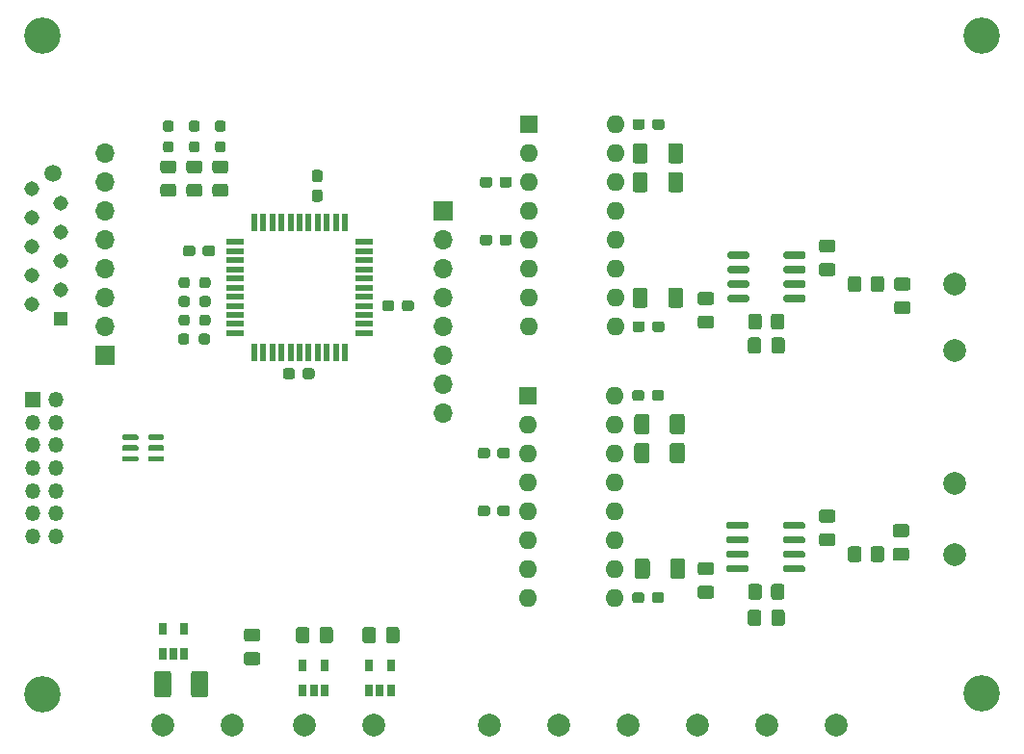
<source format=gbr>
G04 #@! TF.GenerationSoftware,KiCad,Pcbnew,(5.1.9-0-10_14)*
G04 #@! TF.CreationDate,2021-04-25T13:48:21+02:00*
G04 #@! TF.ProjectId,dac-i2s-nos,6461632d-6932-4732-9d6e-6f732e6b6963,rev?*
G04 #@! TF.SameCoordinates,Original*
G04 #@! TF.FileFunction,Soldermask,Top*
G04 #@! TF.FilePolarity,Negative*
%FSLAX46Y46*%
G04 Gerber Fmt 4.6, Leading zero omitted, Abs format (unit mm)*
G04 Created by KiCad (PCBNEW (5.1.9-0-10_14)) date 2021-04-25 13:48:21*
%MOMM*%
%LPD*%
G01*
G04 APERTURE LIST*
%ADD10O,1.350000X1.350000*%
%ADD11R,1.350000X1.350000*%
%ADD12O,1.700000X1.700000*%
%ADD13R,1.700000X1.700000*%
%ADD14C,2.000000*%
%ADD15O,1.600000X1.600000*%
%ADD16R,1.600000X1.600000*%
%ADD17R,1.500000X0.550000*%
%ADD18R,0.550000X1.500000*%
%ADD19R,0.650000X1.060000*%
%ADD20R,1.308000X1.308000*%
%ADD21C,1.308000*%
%ADD22C,1.500000*%
%ADD23C,3.200000*%
G04 APERTURE END LIST*
G36*
G01*
X122922000Y-97028500D02*
X122922000Y-96778500D01*
G75*
G02*
X123047000Y-96653500I125000J0D01*
G01*
X124222000Y-96653500D01*
G75*
G02*
X124347000Y-96778500I0J-125000D01*
G01*
X124347000Y-97028500D01*
G75*
G02*
X124222000Y-97153500I-125000J0D01*
G01*
X123047000Y-97153500D01*
G75*
G02*
X122922000Y-97028500I0J125000D01*
G01*
G37*
G36*
G01*
X122922000Y-97978500D02*
X122922000Y-97728500D01*
G75*
G02*
X123047000Y-97603500I125000J0D01*
G01*
X124222000Y-97603500D01*
G75*
G02*
X124347000Y-97728500I0J-125000D01*
G01*
X124347000Y-97978500D01*
G75*
G02*
X124222000Y-98103500I-125000J0D01*
G01*
X123047000Y-98103500D01*
G75*
G02*
X122922000Y-97978500I0J125000D01*
G01*
G37*
G36*
G01*
X122922000Y-98928500D02*
X122922000Y-98678500D01*
G75*
G02*
X123047000Y-98553500I125000J0D01*
G01*
X124222000Y-98553500D01*
G75*
G02*
X124347000Y-98678500I0J-125000D01*
G01*
X124347000Y-98928500D01*
G75*
G02*
X124222000Y-99053500I-125000J0D01*
G01*
X123047000Y-99053500D01*
G75*
G02*
X122922000Y-98928500I0J125000D01*
G01*
G37*
G36*
G01*
X120647000Y-98928500D02*
X120647000Y-98678500D01*
G75*
G02*
X120772000Y-98553500I125000J0D01*
G01*
X121947000Y-98553500D01*
G75*
G02*
X122072000Y-98678500I0J-125000D01*
G01*
X122072000Y-98928500D01*
G75*
G02*
X121947000Y-99053500I-125000J0D01*
G01*
X120772000Y-99053500D01*
G75*
G02*
X120647000Y-98928500I0J125000D01*
G01*
G37*
G36*
G01*
X120647000Y-97978500D02*
X120647000Y-97728500D01*
G75*
G02*
X120772000Y-97603500I125000J0D01*
G01*
X121947000Y-97603500D01*
G75*
G02*
X122072000Y-97728500I0J-125000D01*
G01*
X122072000Y-97978500D01*
G75*
G02*
X121947000Y-98103500I-125000J0D01*
G01*
X120772000Y-98103500D01*
G75*
G02*
X120647000Y-97978500I0J125000D01*
G01*
G37*
G36*
G01*
X120647000Y-97028500D02*
X120647000Y-96778500D01*
G75*
G02*
X120772000Y-96653500I125000J0D01*
G01*
X121947000Y-96653500D01*
G75*
G02*
X122072000Y-96778500I0J-125000D01*
G01*
X122072000Y-97028500D01*
G75*
G02*
X121947000Y-97153500I-125000J0D01*
G01*
X120772000Y-97153500D01*
G75*
G02*
X120647000Y-97028500I0J125000D01*
G01*
G37*
D10*
X114808000Y-105599000D03*
X112808000Y-105599000D03*
X114808000Y-103599000D03*
X112808000Y-103599000D03*
X114808000Y-101599000D03*
X112808000Y-101599000D03*
X114808000Y-99599000D03*
X112808000Y-99599000D03*
X114808000Y-97599000D03*
X112808000Y-97599000D03*
X114808000Y-95599000D03*
X112808000Y-95599000D03*
X114808000Y-93599000D03*
D11*
X112808000Y-93599000D03*
G36*
G01*
X185639000Y-106737999D02*
X185639000Y-107638001D01*
G75*
G02*
X185389001Y-107888000I-249999J0D01*
G01*
X184688999Y-107888000D01*
G75*
G02*
X184439000Y-107638001I0J249999D01*
G01*
X184439000Y-106737999D01*
G75*
G02*
X184688999Y-106488000I249999J0D01*
G01*
X185389001Y-106488000D01*
G75*
G02*
X185639000Y-106737999I0J-249999D01*
G01*
G37*
G36*
G01*
X187639000Y-106737999D02*
X187639000Y-107638001D01*
G75*
G02*
X187389001Y-107888000I-249999J0D01*
G01*
X186688999Y-107888000D01*
G75*
G02*
X186439000Y-107638001I0J249999D01*
G01*
X186439000Y-106737999D01*
G75*
G02*
X186688999Y-106488000I249999J0D01*
G01*
X187389001Y-106488000D01*
G75*
G02*
X187639000Y-106737999I0J-249999D01*
G01*
G37*
G36*
G01*
X185639000Y-82988999D02*
X185639000Y-83889001D01*
G75*
G02*
X185389001Y-84139000I-249999J0D01*
G01*
X184688999Y-84139000D01*
G75*
G02*
X184439000Y-83889001I0J249999D01*
G01*
X184439000Y-82988999D01*
G75*
G02*
X184688999Y-82739000I249999J0D01*
G01*
X185389001Y-82739000D01*
G75*
G02*
X185639000Y-82988999I0J-249999D01*
G01*
G37*
G36*
G01*
X187639000Y-82988999D02*
X187639000Y-83889001D01*
G75*
G02*
X187389001Y-84139000I-249999J0D01*
G01*
X186688999Y-84139000D01*
G75*
G02*
X186439000Y-83889001I0J249999D01*
G01*
X186439000Y-82988999D01*
G75*
G02*
X186688999Y-82739000I249999J0D01*
G01*
X187389001Y-82739000D01*
G75*
G02*
X187639000Y-82988999I0J-249999D01*
G01*
G37*
G36*
G01*
X189578000Y-105700500D02*
X188628000Y-105700500D01*
G75*
G02*
X188378000Y-105450500I0J250000D01*
G01*
X188378000Y-104775500D01*
G75*
G02*
X188628000Y-104525500I250000J0D01*
G01*
X189578000Y-104525500D01*
G75*
G02*
X189828000Y-104775500I0J-250000D01*
G01*
X189828000Y-105450500D01*
G75*
G02*
X189578000Y-105700500I-250000J0D01*
G01*
G37*
G36*
G01*
X189578000Y-107775500D02*
X188628000Y-107775500D01*
G75*
G02*
X188378000Y-107525500I0J250000D01*
G01*
X188378000Y-106850500D01*
G75*
G02*
X188628000Y-106600500I250000J0D01*
G01*
X189578000Y-106600500D01*
G75*
G02*
X189828000Y-106850500I0J-250000D01*
G01*
X189828000Y-107525500D01*
G75*
G02*
X189578000Y-107775500I-250000J0D01*
G01*
G37*
G36*
G01*
X188755000Y-84926500D02*
X189705000Y-84926500D01*
G75*
G02*
X189955000Y-85176500I0J-250000D01*
G01*
X189955000Y-85851500D01*
G75*
G02*
X189705000Y-86101500I-250000J0D01*
G01*
X188755000Y-86101500D01*
G75*
G02*
X188505000Y-85851500I0J250000D01*
G01*
X188505000Y-85176500D01*
G75*
G02*
X188755000Y-84926500I250000J0D01*
G01*
G37*
G36*
G01*
X188755000Y-82851500D02*
X189705000Y-82851500D01*
G75*
G02*
X189955000Y-83101500I0J-250000D01*
G01*
X189955000Y-83776500D01*
G75*
G02*
X189705000Y-84026500I-250000J0D01*
G01*
X188755000Y-84026500D01*
G75*
G02*
X188505000Y-83776500I0J250000D01*
G01*
X188505000Y-83101500D01*
G75*
G02*
X188755000Y-82851500I250000J0D01*
G01*
G37*
D12*
X148844000Y-94742000D03*
X148844000Y-92202000D03*
X148844000Y-89662000D03*
X148844000Y-87122000D03*
X148844000Y-84582000D03*
X148844000Y-82042000D03*
X148844000Y-79502000D03*
D13*
X148844000Y-76962000D03*
G36*
G01*
X178727000Y-104798000D02*
X178727000Y-104498000D01*
G75*
G02*
X178877000Y-104348000I150000J0D01*
G01*
X180527000Y-104348000D01*
G75*
G02*
X180677000Y-104498000I0J-150000D01*
G01*
X180677000Y-104798000D01*
G75*
G02*
X180527000Y-104948000I-150000J0D01*
G01*
X178877000Y-104948000D01*
G75*
G02*
X178727000Y-104798000I0J150000D01*
G01*
G37*
G36*
G01*
X178727000Y-106068000D02*
X178727000Y-105768000D01*
G75*
G02*
X178877000Y-105618000I150000J0D01*
G01*
X180527000Y-105618000D01*
G75*
G02*
X180677000Y-105768000I0J-150000D01*
G01*
X180677000Y-106068000D01*
G75*
G02*
X180527000Y-106218000I-150000J0D01*
G01*
X178877000Y-106218000D01*
G75*
G02*
X178727000Y-106068000I0J150000D01*
G01*
G37*
G36*
G01*
X178727000Y-107338000D02*
X178727000Y-107038000D01*
G75*
G02*
X178877000Y-106888000I150000J0D01*
G01*
X180527000Y-106888000D01*
G75*
G02*
X180677000Y-107038000I0J-150000D01*
G01*
X180677000Y-107338000D01*
G75*
G02*
X180527000Y-107488000I-150000J0D01*
G01*
X178877000Y-107488000D01*
G75*
G02*
X178727000Y-107338000I0J150000D01*
G01*
G37*
G36*
G01*
X178727000Y-108608000D02*
X178727000Y-108308000D01*
G75*
G02*
X178877000Y-108158000I150000J0D01*
G01*
X180527000Y-108158000D01*
G75*
G02*
X180677000Y-108308000I0J-150000D01*
G01*
X180677000Y-108608000D01*
G75*
G02*
X180527000Y-108758000I-150000J0D01*
G01*
X178877000Y-108758000D01*
G75*
G02*
X178727000Y-108608000I0J150000D01*
G01*
G37*
G36*
G01*
X173777000Y-108608000D02*
X173777000Y-108308000D01*
G75*
G02*
X173927000Y-108158000I150000J0D01*
G01*
X175577000Y-108158000D01*
G75*
G02*
X175727000Y-108308000I0J-150000D01*
G01*
X175727000Y-108608000D01*
G75*
G02*
X175577000Y-108758000I-150000J0D01*
G01*
X173927000Y-108758000D01*
G75*
G02*
X173777000Y-108608000I0J150000D01*
G01*
G37*
G36*
G01*
X173777000Y-107338000D02*
X173777000Y-107038000D01*
G75*
G02*
X173927000Y-106888000I150000J0D01*
G01*
X175577000Y-106888000D01*
G75*
G02*
X175727000Y-107038000I0J-150000D01*
G01*
X175727000Y-107338000D01*
G75*
G02*
X175577000Y-107488000I-150000J0D01*
G01*
X173927000Y-107488000D01*
G75*
G02*
X173777000Y-107338000I0J150000D01*
G01*
G37*
G36*
G01*
X173777000Y-106068000D02*
X173777000Y-105768000D01*
G75*
G02*
X173927000Y-105618000I150000J0D01*
G01*
X175577000Y-105618000D01*
G75*
G02*
X175727000Y-105768000I0J-150000D01*
G01*
X175727000Y-106068000D01*
G75*
G02*
X175577000Y-106218000I-150000J0D01*
G01*
X173927000Y-106218000D01*
G75*
G02*
X173777000Y-106068000I0J150000D01*
G01*
G37*
G36*
G01*
X173777000Y-104798000D02*
X173777000Y-104498000D01*
G75*
G02*
X173927000Y-104348000I150000J0D01*
G01*
X175577000Y-104348000D01*
G75*
G02*
X175727000Y-104498000I0J-150000D01*
G01*
X175727000Y-104798000D01*
G75*
G02*
X175577000Y-104948000I-150000J0D01*
G01*
X173927000Y-104948000D01*
G75*
G02*
X173777000Y-104798000I0J150000D01*
G01*
G37*
G36*
G01*
X176876000Y-110039999D02*
X176876000Y-110940001D01*
G75*
G02*
X176626001Y-111190000I-249999J0D01*
G01*
X175925999Y-111190000D01*
G75*
G02*
X175676000Y-110940001I0J249999D01*
G01*
X175676000Y-110039999D01*
G75*
G02*
X175925999Y-109790000I249999J0D01*
G01*
X176626001Y-109790000D01*
G75*
G02*
X176876000Y-110039999I0J-249999D01*
G01*
G37*
G36*
G01*
X178876000Y-110039999D02*
X178876000Y-110940001D01*
G75*
G02*
X178626001Y-111190000I-249999J0D01*
G01*
X177925999Y-111190000D01*
G75*
G02*
X177676000Y-110940001I0J249999D01*
G01*
X177676000Y-110039999D01*
G75*
G02*
X177925999Y-109790000I249999J0D01*
G01*
X178626001Y-109790000D01*
G75*
G02*
X178876000Y-110039999I0J-249999D01*
G01*
G37*
D14*
X193802000Y-100965000D03*
X193802000Y-107188000D03*
D15*
X163978000Y-93218000D03*
X156358000Y-110998000D03*
X163978000Y-95758000D03*
X156358000Y-108458000D03*
X163978000Y-98298000D03*
X156358000Y-105918000D03*
X163978000Y-100838000D03*
X156358000Y-103378000D03*
X163978000Y-103378000D03*
X156358000Y-100838000D03*
X163978000Y-105918000D03*
X156358000Y-98298000D03*
X163978000Y-108458000D03*
X156358000Y-95758000D03*
X163978000Y-110998000D03*
D16*
X156358000Y-93218000D03*
G36*
G01*
X183101000Y-104430500D02*
X182151000Y-104430500D01*
G75*
G02*
X181901000Y-104180500I0J250000D01*
G01*
X181901000Y-103505500D01*
G75*
G02*
X182151000Y-103255500I250000J0D01*
G01*
X183101000Y-103255500D01*
G75*
G02*
X183351000Y-103505500I0J-250000D01*
G01*
X183351000Y-104180500D01*
G75*
G02*
X183101000Y-104430500I-250000J0D01*
G01*
G37*
G36*
G01*
X183101000Y-106505500D02*
X182151000Y-106505500D01*
G75*
G02*
X181901000Y-106255500I0J250000D01*
G01*
X181901000Y-105580500D01*
G75*
G02*
X182151000Y-105330500I250000J0D01*
G01*
X183101000Y-105330500D01*
G75*
G02*
X183351000Y-105580500I0J-250000D01*
G01*
X183351000Y-106255500D01*
G75*
G02*
X183101000Y-106505500I-250000J0D01*
G01*
G37*
G36*
G01*
X172433000Y-109045500D02*
X171483000Y-109045500D01*
G75*
G02*
X171233000Y-108795500I0J250000D01*
G01*
X171233000Y-108120500D01*
G75*
G02*
X171483000Y-107870500I250000J0D01*
G01*
X172433000Y-107870500D01*
G75*
G02*
X172683000Y-108120500I0J-250000D01*
G01*
X172683000Y-108795500D01*
G75*
G02*
X172433000Y-109045500I-250000J0D01*
G01*
G37*
G36*
G01*
X172433000Y-111120500D02*
X171483000Y-111120500D01*
G75*
G02*
X171233000Y-110870500I0J250000D01*
G01*
X171233000Y-110195500D01*
G75*
G02*
X171483000Y-109945500I250000J0D01*
G01*
X172433000Y-109945500D01*
G75*
G02*
X172683000Y-110195500I0J-250000D01*
G01*
X172683000Y-110870500D01*
G75*
G02*
X172433000Y-111120500I-250000J0D01*
G01*
G37*
G36*
G01*
X177720500Y-113251000D02*
X177720500Y-112301000D01*
G75*
G02*
X177970500Y-112051000I250000J0D01*
G01*
X178645500Y-112051000D01*
G75*
G02*
X178895500Y-112301000I0J-250000D01*
G01*
X178895500Y-113251000D01*
G75*
G02*
X178645500Y-113501000I-250000J0D01*
G01*
X177970500Y-113501000D01*
G75*
G02*
X177720500Y-113251000I0J250000D01*
G01*
G37*
G36*
G01*
X175645500Y-113251000D02*
X175645500Y-112301000D01*
G75*
G02*
X175895500Y-112051000I250000J0D01*
G01*
X176570500Y-112051000D01*
G75*
G02*
X176820500Y-112301000I0J-250000D01*
G01*
X176820500Y-113251000D01*
G75*
G02*
X176570500Y-113501000I-250000J0D01*
G01*
X175895500Y-113501000D01*
G75*
G02*
X175645500Y-113251000I0J250000D01*
G01*
G37*
G36*
G01*
X167203000Y-111235500D02*
X167203000Y-110760500D01*
G75*
G02*
X167440500Y-110523000I237500J0D01*
G01*
X168040500Y-110523000D01*
G75*
G02*
X168278000Y-110760500I0J-237500D01*
G01*
X168278000Y-111235500D01*
G75*
G02*
X168040500Y-111473000I-237500J0D01*
G01*
X167440500Y-111473000D01*
G75*
G02*
X167203000Y-111235500I0J237500D01*
G01*
G37*
G36*
G01*
X165478000Y-111235500D02*
X165478000Y-110760500D01*
G75*
G02*
X165715500Y-110523000I237500J0D01*
G01*
X166315500Y-110523000D01*
G75*
G02*
X166553000Y-110760500I0J-237500D01*
G01*
X166553000Y-111235500D01*
G75*
G02*
X166315500Y-111473000I-237500J0D01*
G01*
X165715500Y-111473000D01*
G75*
G02*
X165478000Y-111235500I0J237500D01*
G01*
G37*
G36*
G01*
X166553000Y-92980500D02*
X166553000Y-93455500D01*
G75*
G02*
X166315500Y-93693000I-237500J0D01*
G01*
X165715500Y-93693000D01*
G75*
G02*
X165478000Y-93455500I0J237500D01*
G01*
X165478000Y-92980500D01*
G75*
G02*
X165715500Y-92743000I237500J0D01*
G01*
X166315500Y-92743000D01*
G75*
G02*
X166553000Y-92980500I0J-237500D01*
G01*
G37*
G36*
G01*
X168278000Y-92980500D02*
X168278000Y-93455500D01*
G75*
G02*
X168040500Y-93693000I-237500J0D01*
G01*
X167440500Y-93693000D01*
G75*
G02*
X167203000Y-93455500I0J237500D01*
G01*
X167203000Y-92980500D01*
G75*
G02*
X167440500Y-92743000I237500J0D01*
G01*
X168040500Y-92743000D01*
G75*
G02*
X168278000Y-92980500I0J-237500D01*
G01*
G37*
G36*
G01*
X152990500Y-98060500D02*
X152990500Y-98535500D01*
G75*
G02*
X152753000Y-98773000I-237500J0D01*
G01*
X152153000Y-98773000D01*
G75*
G02*
X151915500Y-98535500I0J237500D01*
G01*
X151915500Y-98060500D01*
G75*
G02*
X152153000Y-97823000I237500J0D01*
G01*
X152753000Y-97823000D01*
G75*
G02*
X152990500Y-98060500I0J-237500D01*
G01*
G37*
G36*
G01*
X154715500Y-98060500D02*
X154715500Y-98535500D01*
G75*
G02*
X154478000Y-98773000I-237500J0D01*
G01*
X153878000Y-98773000D01*
G75*
G02*
X153640500Y-98535500I0J237500D01*
G01*
X153640500Y-98060500D01*
G75*
G02*
X153878000Y-97823000I237500J0D01*
G01*
X154478000Y-97823000D01*
G75*
G02*
X154715500Y-98060500I0J-237500D01*
G01*
G37*
G36*
G01*
X153640500Y-103615500D02*
X153640500Y-103140500D01*
G75*
G02*
X153878000Y-102903000I237500J0D01*
G01*
X154478000Y-102903000D01*
G75*
G02*
X154715500Y-103140500I0J-237500D01*
G01*
X154715500Y-103615500D01*
G75*
G02*
X154478000Y-103853000I-237500J0D01*
G01*
X153878000Y-103853000D01*
G75*
G02*
X153640500Y-103615500I0J237500D01*
G01*
G37*
G36*
G01*
X151915500Y-103615500D02*
X151915500Y-103140500D01*
G75*
G02*
X152153000Y-102903000I237500J0D01*
G01*
X152753000Y-102903000D01*
G75*
G02*
X152990500Y-103140500I0J-237500D01*
G01*
X152990500Y-103615500D01*
G75*
G02*
X152753000Y-103853000I-237500J0D01*
G01*
X152153000Y-103853000D01*
G75*
G02*
X151915500Y-103615500I0J237500D01*
G01*
G37*
G36*
G01*
X168794000Y-96408001D02*
X168794000Y-95107999D01*
G75*
G02*
X169043999Y-94858000I249999J0D01*
G01*
X169869001Y-94858000D01*
G75*
G02*
X170119000Y-95107999I0J-249999D01*
G01*
X170119000Y-96408001D01*
G75*
G02*
X169869001Y-96658000I-249999J0D01*
G01*
X169043999Y-96658000D01*
G75*
G02*
X168794000Y-96408001I0J249999D01*
G01*
G37*
G36*
G01*
X165669000Y-96408001D02*
X165669000Y-95107999D01*
G75*
G02*
X165918999Y-94858000I249999J0D01*
G01*
X166744001Y-94858000D01*
G75*
G02*
X166994000Y-95107999I0J-249999D01*
G01*
X166994000Y-96408001D01*
G75*
G02*
X166744001Y-96658000I-249999J0D01*
G01*
X165918999Y-96658000D01*
G75*
G02*
X165669000Y-96408001I0J249999D01*
G01*
G37*
G36*
G01*
X168794000Y-98948001D02*
X168794000Y-97647999D01*
G75*
G02*
X169043999Y-97398000I249999J0D01*
G01*
X169869001Y-97398000D01*
G75*
G02*
X170119000Y-97647999I0J-249999D01*
G01*
X170119000Y-98948001D01*
G75*
G02*
X169869001Y-99198000I-249999J0D01*
G01*
X169043999Y-99198000D01*
G75*
G02*
X168794000Y-98948001I0J249999D01*
G01*
G37*
G36*
G01*
X165669000Y-98948001D02*
X165669000Y-97647999D01*
G75*
G02*
X165918999Y-97398000I249999J0D01*
G01*
X166744001Y-97398000D01*
G75*
G02*
X166994000Y-97647999I0J-249999D01*
G01*
X166994000Y-98948001D01*
G75*
G02*
X166744001Y-99198000I-249999J0D01*
G01*
X165918999Y-99198000D01*
G75*
G02*
X165669000Y-98948001I0J249999D01*
G01*
G37*
G36*
G01*
X168832500Y-109108001D02*
X168832500Y-107807999D01*
G75*
G02*
X169082499Y-107558000I249999J0D01*
G01*
X169907501Y-107558000D01*
G75*
G02*
X170157500Y-107807999I0J-249999D01*
G01*
X170157500Y-109108001D01*
G75*
G02*
X169907501Y-109358000I-249999J0D01*
G01*
X169082499Y-109358000D01*
G75*
G02*
X168832500Y-109108001I0J249999D01*
G01*
G37*
G36*
G01*
X165707500Y-109108001D02*
X165707500Y-107807999D01*
G75*
G02*
X165957499Y-107558000I249999J0D01*
G01*
X166782501Y-107558000D01*
G75*
G02*
X167032500Y-107807999I0J-249999D01*
G01*
X167032500Y-109108001D01*
G75*
G02*
X166782501Y-109358000I-249999J0D01*
G01*
X165957499Y-109358000D01*
G75*
G02*
X165707500Y-109108001I0J249999D01*
G01*
G37*
G36*
G01*
X178790500Y-81049000D02*
X178790500Y-80749000D01*
G75*
G02*
X178940500Y-80599000I150000J0D01*
G01*
X180590500Y-80599000D01*
G75*
G02*
X180740500Y-80749000I0J-150000D01*
G01*
X180740500Y-81049000D01*
G75*
G02*
X180590500Y-81199000I-150000J0D01*
G01*
X178940500Y-81199000D01*
G75*
G02*
X178790500Y-81049000I0J150000D01*
G01*
G37*
G36*
G01*
X178790500Y-82319000D02*
X178790500Y-82019000D01*
G75*
G02*
X178940500Y-81869000I150000J0D01*
G01*
X180590500Y-81869000D01*
G75*
G02*
X180740500Y-82019000I0J-150000D01*
G01*
X180740500Y-82319000D01*
G75*
G02*
X180590500Y-82469000I-150000J0D01*
G01*
X178940500Y-82469000D01*
G75*
G02*
X178790500Y-82319000I0J150000D01*
G01*
G37*
G36*
G01*
X178790500Y-83589000D02*
X178790500Y-83289000D01*
G75*
G02*
X178940500Y-83139000I150000J0D01*
G01*
X180590500Y-83139000D01*
G75*
G02*
X180740500Y-83289000I0J-150000D01*
G01*
X180740500Y-83589000D01*
G75*
G02*
X180590500Y-83739000I-150000J0D01*
G01*
X178940500Y-83739000D01*
G75*
G02*
X178790500Y-83589000I0J150000D01*
G01*
G37*
G36*
G01*
X178790500Y-84859000D02*
X178790500Y-84559000D01*
G75*
G02*
X178940500Y-84409000I150000J0D01*
G01*
X180590500Y-84409000D01*
G75*
G02*
X180740500Y-84559000I0J-150000D01*
G01*
X180740500Y-84859000D01*
G75*
G02*
X180590500Y-85009000I-150000J0D01*
G01*
X178940500Y-85009000D01*
G75*
G02*
X178790500Y-84859000I0J150000D01*
G01*
G37*
G36*
G01*
X173840500Y-84859000D02*
X173840500Y-84559000D01*
G75*
G02*
X173990500Y-84409000I150000J0D01*
G01*
X175640500Y-84409000D01*
G75*
G02*
X175790500Y-84559000I0J-150000D01*
G01*
X175790500Y-84859000D01*
G75*
G02*
X175640500Y-85009000I-150000J0D01*
G01*
X173990500Y-85009000D01*
G75*
G02*
X173840500Y-84859000I0J150000D01*
G01*
G37*
G36*
G01*
X173840500Y-83589000D02*
X173840500Y-83289000D01*
G75*
G02*
X173990500Y-83139000I150000J0D01*
G01*
X175640500Y-83139000D01*
G75*
G02*
X175790500Y-83289000I0J-150000D01*
G01*
X175790500Y-83589000D01*
G75*
G02*
X175640500Y-83739000I-150000J0D01*
G01*
X173990500Y-83739000D01*
G75*
G02*
X173840500Y-83589000I0J150000D01*
G01*
G37*
G36*
G01*
X173840500Y-82319000D02*
X173840500Y-82019000D01*
G75*
G02*
X173990500Y-81869000I150000J0D01*
G01*
X175640500Y-81869000D01*
G75*
G02*
X175790500Y-82019000I0J-150000D01*
G01*
X175790500Y-82319000D01*
G75*
G02*
X175640500Y-82469000I-150000J0D01*
G01*
X173990500Y-82469000D01*
G75*
G02*
X173840500Y-82319000I0J150000D01*
G01*
G37*
G36*
G01*
X173840500Y-81049000D02*
X173840500Y-80749000D01*
G75*
G02*
X173990500Y-80599000I150000J0D01*
G01*
X175640500Y-80599000D01*
G75*
G02*
X175790500Y-80749000I0J-150000D01*
G01*
X175790500Y-81049000D01*
G75*
G02*
X175640500Y-81199000I-150000J0D01*
G01*
X173990500Y-81199000D01*
G75*
G02*
X173840500Y-81049000I0J150000D01*
G01*
G37*
G36*
G01*
X176876000Y-86290999D02*
X176876000Y-87191001D01*
G75*
G02*
X176626001Y-87441000I-249999J0D01*
G01*
X175925999Y-87441000D01*
G75*
G02*
X175676000Y-87191001I0J249999D01*
G01*
X175676000Y-86290999D01*
G75*
G02*
X175925999Y-86041000I249999J0D01*
G01*
X176626001Y-86041000D01*
G75*
G02*
X176876000Y-86290999I0J-249999D01*
G01*
G37*
G36*
G01*
X178876000Y-86290999D02*
X178876000Y-87191001D01*
G75*
G02*
X178626001Y-87441000I-249999J0D01*
G01*
X177925999Y-87441000D01*
G75*
G02*
X177676000Y-87191001I0J249999D01*
G01*
X177676000Y-86290999D01*
G75*
G02*
X177925999Y-86041000I249999J0D01*
G01*
X178626001Y-86041000D01*
G75*
G02*
X178876000Y-86290999I0J-249999D01*
G01*
G37*
D14*
X177292000Y-122174000D03*
X171196000Y-122174000D03*
X183388000Y-122174000D03*
X193802000Y-89281000D03*
X193802000Y-83439000D03*
G36*
G01*
X183101000Y-80681500D02*
X182151000Y-80681500D01*
G75*
G02*
X181901000Y-80431500I0J250000D01*
G01*
X181901000Y-79756500D01*
G75*
G02*
X182151000Y-79506500I250000J0D01*
G01*
X183101000Y-79506500D01*
G75*
G02*
X183351000Y-79756500I0J-250000D01*
G01*
X183351000Y-80431500D01*
G75*
G02*
X183101000Y-80681500I-250000J0D01*
G01*
G37*
G36*
G01*
X183101000Y-82756500D02*
X182151000Y-82756500D01*
G75*
G02*
X181901000Y-82506500I0J250000D01*
G01*
X181901000Y-81831500D01*
G75*
G02*
X182151000Y-81581500I250000J0D01*
G01*
X183101000Y-81581500D01*
G75*
G02*
X183351000Y-81831500I0J-250000D01*
G01*
X183351000Y-82506500D01*
G75*
G02*
X183101000Y-82756500I-250000J0D01*
G01*
G37*
G36*
G01*
X172433000Y-85296500D02*
X171483000Y-85296500D01*
G75*
G02*
X171233000Y-85046500I0J250000D01*
G01*
X171233000Y-84371500D01*
G75*
G02*
X171483000Y-84121500I250000J0D01*
G01*
X172433000Y-84121500D01*
G75*
G02*
X172683000Y-84371500I0J-250000D01*
G01*
X172683000Y-85046500D01*
G75*
G02*
X172433000Y-85296500I-250000J0D01*
G01*
G37*
G36*
G01*
X172433000Y-87371500D02*
X171483000Y-87371500D01*
G75*
G02*
X171233000Y-87121500I0J250000D01*
G01*
X171233000Y-86446500D01*
G75*
G02*
X171483000Y-86196500I250000J0D01*
G01*
X172433000Y-86196500D01*
G75*
G02*
X172683000Y-86446500I0J-250000D01*
G01*
X172683000Y-87121500D01*
G75*
G02*
X172433000Y-87371500I-250000J0D01*
G01*
G37*
G36*
G01*
X177720500Y-89311500D02*
X177720500Y-88361500D01*
G75*
G02*
X177970500Y-88111500I250000J0D01*
G01*
X178645500Y-88111500D01*
G75*
G02*
X178895500Y-88361500I0J-250000D01*
G01*
X178895500Y-89311500D01*
G75*
G02*
X178645500Y-89561500I-250000J0D01*
G01*
X177970500Y-89561500D01*
G75*
G02*
X177720500Y-89311500I0J250000D01*
G01*
G37*
G36*
G01*
X175645500Y-89311500D02*
X175645500Y-88361500D01*
G75*
G02*
X175895500Y-88111500I250000J0D01*
G01*
X176570500Y-88111500D01*
G75*
G02*
X176820500Y-88361500I0J-250000D01*
G01*
X176820500Y-89311500D01*
G75*
G02*
X176570500Y-89561500I-250000J0D01*
G01*
X175895500Y-89561500D01*
G75*
G02*
X175645500Y-89311500I0J250000D01*
G01*
G37*
X159004000Y-122174000D03*
X152908000Y-122174000D03*
X165100000Y-122174000D03*
G36*
G01*
X167240000Y-87423000D02*
X167240000Y-86948000D01*
G75*
G02*
X167477500Y-86710500I237500J0D01*
G01*
X168077500Y-86710500D01*
G75*
G02*
X168315000Y-86948000I0J-237500D01*
G01*
X168315000Y-87423000D01*
G75*
G02*
X168077500Y-87660500I-237500J0D01*
G01*
X167477500Y-87660500D01*
G75*
G02*
X167240000Y-87423000I0J237500D01*
G01*
G37*
G36*
G01*
X165515000Y-87423000D02*
X165515000Y-86948000D01*
G75*
G02*
X165752500Y-86710500I237500J0D01*
G01*
X166352500Y-86710500D01*
G75*
G02*
X166590000Y-86948000I0J-237500D01*
G01*
X166590000Y-87423000D01*
G75*
G02*
X166352500Y-87660500I-237500J0D01*
G01*
X165752500Y-87660500D01*
G75*
G02*
X165515000Y-87423000I0J237500D01*
G01*
G37*
G36*
G01*
X153831000Y-79803000D02*
X153831000Y-79328000D01*
G75*
G02*
X154068500Y-79090500I237500J0D01*
G01*
X154668500Y-79090500D01*
G75*
G02*
X154906000Y-79328000I0J-237500D01*
G01*
X154906000Y-79803000D01*
G75*
G02*
X154668500Y-80040500I-237500J0D01*
G01*
X154068500Y-80040500D01*
G75*
G02*
X153831000Y-79803000I0J237500D01*
G01*
G37*
G36*
G01*
X152106000Y-79803000D02*
X152106000Y-79328000D01*
G75*
G02*
X152343500Y-79090500I237500J0D01*
G01*
X152943500Y-79090500D01*
G75*
G02*
X153181000Y-79328000I0J-237500D01*
G01*
X153181000Y-79803000D01*
G75*
G02*
X152943500Y-80040500I-237500J0D01*
G01*
X152343500Y-80040500D01*
G75*
G02*
X152106000Y-79803000I0J237500D01*
G01*
G37*
G36*
G01*
X166590000Y-69168000D02*
X166590000Y-69643000D01*
G75*
G02*
X166352500Y-69880500I-237500J0D01*
G01*
X165752500Y-69880500D01*
G75*
G02*
X165515000Y-69643000I0J237500D01*
G01*
X165515000Y-69168000D01*
G75*
G02*
X165752500Y-68930500I237500J0D01*
G01*
X166352500Y-68930500D01*
G75*
G02*
X166590000Y-69168000I0J-237500D01*
G01*
G37*
G36*
G01*
X168315000Y-69168000D02*
X168315000Y-69643000D01*
G75*
G02*
X168077500Y-69880500I-237500J0D01*
G01*
X167477500Y-69880500D01*
G75*
G02*
X167240000Y-69643000I0J237500D01*
G01*
X167240000Y-69168000D01*
G75*
G02*
X167477500Y-68930500I237500J0D01*
G01*
X168077500Y-68930500D01*
G75*
G02*
X168315000Y-69168000I0J-237500D01*
G01*
G37*
G36*
G01*
X168642000Y-72595501D02*
X168642000Y-71295499D01*
G75*
G02*
X168891999Y-71045500I249999J0D01*
G01*
X169717001Y-71045500D01*
G75*
G02*
X169967000Y-71295499I0J-249999D01*
G01*
X169967000Y-72595501D01*
G75*
G02*
X169717001Y-72845500I-249999J0D01*
G01*
X168891999Y-72845500D01*
G75*
G02*
X168642000Y-72595501I0J249999D01*
G01*
G37*
G36*
G01*
X165517000Y-72595501D02*
X165517000Y-71295499D01*
G75*
G02*
X165766999Y-71045500I249999J0D01*
G01*
X166592001Y-71045500D01*
G75*
G02*
X166842000Y-71295499I0J-249999D01*
G01*
X166842000Y-72595501D01*
G75*
G02*
X166592001Y-72845500I-249999J0D01*
G01*
X165766999Y-72845500D01*
G75*
G02*
X165517000Y-72595501I0J249999D01*
G01*
G37*
G36*
G01*
X168642000Y-75135501D02*
X168642000Y-73835499D01*
G75*
G02*
X168891999Y-73585500I249999J0D01*
G01*
X169717001Y-73585500D01*
G75*
G02*
X169967000Y-73835499I0J-249999D01*
G01*
X169967000Y-75135501D01*
G75*
G02*
X169717001Y-75385500I-249999J0D01*
G01*
X168891999Y-75385500D01*
G75*
G02*
X168642000Y-75135501I0J249999D01*
G01*
G37*
G36*
G01*
X165517000Y-75135501D02*
X165517000Y-73835499D01*
G75*
G02*
X165766999Y-73585500I249999J0D01*
G01*
X166592001Y-73585500D01*
G75*
G02*
X166842000Y-73835499I0J-249999D01*
G01*
X166842000Y-75135501D01*
G75*
G02*
X166592001Y-75385500I-249999J0D01*
G01*
X165766999Y-75385500D01*
G75*
G02*
X165517000Y-75135501I0J249999D01*
G01*
G37*
G36*
G01*
X168642000Y-85295501D02*
X168642000Y-83995499D01*
G75*
G02*
X168891999Y-83745500I249999J0D01*
G01*
X169717001Y-83745500D01*
G75*
G02*
X169967000Y-83995499I0J-249999D01*
G01*
X169967000Y-85295501D01*
G75*
G02*
X169717001Y-85545500I-249999J0D01*
G01*
X168891999Y-85545500D01*
G75*
G02*
X168642000Y-85295501I0J249999D01*
G01*
G37*
G36*
G01*
X165517000Y-85295501D02*
X165517000Y-83995499D01*
G75*
G02*
X165766999Y-83745500I249999J0D01*
G01*
X166592001Y-83745500D01*
G75*
G02*
X166842000Y-83995499I0J-249999D01*
G01*
X166842000Y-85295501D01*
G75*
G02*
X166592001Y-85545500I-249999J0D01*
G01*
X165766999Y-85545500D01*
G75*
G02*
X165517000Y-85295501I0J249999D01*
G01*
G37*
G36*
G01*
X153181000Y-74248000D02*
X153181000Y-74723000D01*
G75*
G02*
X152943500Y-74960500I-237500J0D01*
G01*
X152343500Y-74960500D01*
G75*
G02*
X152106000Y-74723000I0J237500D01*
G01*
X152106000Y-74248000D01*
G75*
G02*
X152343500Y-74010500I237500J0D01*
G01*
X152943500Y-74010500D01*
G75*
G02*
X153181000Y-74248000I0J-237500D01*
G01*
G37*
G36*
G01*
X154906000Y-74248000D02*
X154906000Y-74723000D01*
G75*
G02*
X154668500Y-74960500I-237500J0D01*
G01*
X154068500Y-74960500D01*
G75*
G02*
X153831000Y-74723000I0J237500D01*
G01*
X153831000Y-74248000D01*
G75*
G02*
X154068500Y-74010500I237500J0D01*
G01*
X154668500Y-74010500D01*
G75*
G02*
X154906000Y-74248000I0J-237500D01*
G01*
G37*
G36*
G01*
X138012500Y-114775000D02*
X138012500Y-113825000D01*
G75*
G02*
X138262500Y-113575000I250000J0D01*
G01*
X138937500Y-113575000D01*
G75*
G02*
X139187500Y-113825000I0J-250000D01*
G01*
X139187500Y-114775000D01*
G75*
G02*
X138937500Y-115025000I-250000J0D01*
G01*
X138262500Y-115025000D01*
G75*
G02*
X138012500Y-114775000I0J250000D01*
G01*
G37*
G36*
G01*
X135937500Y-114775000D02*
X135937500Y-113825000D01*
G75*
G02*
X136187500Y-113575000I250000J0D01*
G01*
X136862500Y-113575000D01*
G75*
G02*
X137112500Y-113825000I0J-250000D01*
G01*
X137112500Y-114775000D01*
G75*
G02*
X136862500Y-115025000I-250000J0D01*
G01*
X136187500Y-115025000D01*
G75*
G02*
X135937500Y-114775000I0J250000D01*
G01*
G37*
G36*
G01*
X143854500Y-114775000D02*
X143854500Y-113825000D01*
G75*
G02*
X144104500Y-113575000I250000J0D01*
G01*
X144779500Y-113575000D01*
G75*
G02*
X145029500Y-113825000I0J-250000D01*
G01*
X145029500Y-114775000D01*
G75*
G02*
X144779500Y-115025000I-250000J0D01*
G01*
X144104500Y-115025000D01*
G75*
G02*
X143854500Y-114775000I0J250000D01*
G01*
G37*
G36*
G01*
X141779500Y-114775000D02*
X141779500Y-113825000D01*
G75*
G02*
X142029500Y-113575000I250000J0D01*
G01*
X142704500Y-113575000D01*
G75*
G02*
X142954500Y-113825000I0J-250000D01*
G01*
X142954500Y-114775000D01*
G75*
G02*
X142704500Y-115025000I-250000J0D01*
G01*
X142029500Y-115025000D01*
G75*
G02*
X141779500Y-114775000I0J250000D01*
G01*
G37*
G36*
G01*
X132555000Y-114887500D02*
X131605000Y-114887500D01*
G75*
G02*
X131355000Y-114637500I0J250000D01*
G01*
X131355000Y-113962500D01*
G75*
G02*
X131605000Y-113712500I250000J0D01*
G01*
X132555000Y-113712500D01*
G75*
G02*
X132805000Y-113962500I0J-250000D01*
G01*
X132805000Y-114637500D01*
G75*
G02*
X132555000Y-114887500I-250000J0D01*
G01*
G37*
G36*
G01*
X132555000Y-116962500D02*
X131605000Y-116962500D01*
G75*
G02*
X131355000Y-116712500I0J250000D01*
G01*
X131355000Y-116037500D01*
G75*
G02*
X131605000Y-115787500I250000J0D01*
G01*
X132555000Y-115787500D01*
G75*
G02*
X132805000Y-116037500I0J-250000D01*
G01*
X132805000Y-116712500D01*
G75*
G02*
X132555000Y-116962500I-250000J0D01*
G01*
G37*
D15*
X164002501Y-69393001D03*
X156382501Y-87173001D03*
X164002501Y-71933001D03*
X156382501Y-84633001D03*
X164002501Y-74473001D03*
X156382501Y-82093001D03*
X164002501Y-77013001D03*
X156382501Y-79553001D03*
X164002501Y-79553001D03*
X156382501Y-77013001D03*
X164002501Y-82093001D03*
X156382501Y-74473001D03*
X164002501Y-84633001D03*
X156382501Y-71933001D03*
X164002501Y-87173001D03*
D16*
X156382501Y-69393001D03*
G36*
G01*
X124476500Y-70886500D02*
X124951500Y-70886500D01*
G75*
G02*
X125189000Y-71124000I0J-237500D01*
G01*
X125189000Y-71624000D01*
G75*
G02*
X124951500Y-71861500I-237500J0D01*
G01*
X124476500Y-71861500D01*
G75*
G02*
X124239000Y-71624000I0J237500D01*
G01*
X124239000Y-71124000D01*
G75*
G02*
X124476500Y-70886500I237500J0D01*
G01*
G37*
G36*
G01*
X124476500Y-69061500D02*
X124951500Y-69061500D01*
G75*
G02*
X125189000Y-69299000I0J-237500D01*
G01*
X125189000Y-69799000D01*
G75*
G02*
X124951500Y-70036500I-237500J0D01*
G01*
X124476500Y-70036500D01*
G75*
G02*
X124239000Y-69799000I0J237500D01*
G01*
X124239000Y-69299000D01*
G75*
G02*
X124476500Y-69061500I237500J0D01*
G01*
G37*
G36*
G01*
X126762500Y-70886500D02*
X127237500Y-70886500D01*
G75*
G02*
X127475000Y-71124000I0J-237500D01*
G01*
X127475000Y-71624000D01*
G75*
G02*
X127237500Y-71861500I-237500J0D01*
G01*
X126762500Y-71861500D01*
G75*
G02*
X126525000Y-71624000I0J237500D01*
G01*
X126525000Y-71124000D01*
G75*
G02*
X126762500Y-70886500I237500J0D01*
G01*
G37*
G36*
G01*
X126762500Y-69061500D02*
X127237500Y-69061500D01*
G75*
G02*
X127475000Y-69299000I0J-237500D01*
G01*
X127475000Y-69799000D01*
G75*
G02*
X127237500Y-70036500I-237500J0D01*
G01*
X126762500Y-70036500D01*
G75*
G02*
X126525000Y-69799000I0J237500D01*
G01*
X126525000Y-69299000D01*
G75*
G02*
X126762500Y-69061500I237500J0D01*
G01*
G37*
G36*
G01*
X129048500Y-70886500D02*
X129523500Y-70886500D01*
G75*
G02*
X129761000Y-71124000I0J-237500D01*
G01*
X129761000Y-71624000D01*
G75*
G02*
X129523500Y-71861500I-237500J0D01*
G01*
X129048500Y-71861500D01*
G75*
G02*
X128811000Y-71624000I0J237500D01*
G01*
X128811000Y-71124000D01*
G75*
G02*
X129048500Y-70886500I237500J0D01*
G01*
G37*
G36*
G01*
X129048500Y-69061500D02*
X129523500Y-69061500D01*
G75*
G02*
X129761000Y-69299000I0J-237500D01*
G01*
X129761000Y-69799000D01*
G75*
G02*
X129523500Y-70036500I-237500J0D01*
G01*
X129048500Y-70036500D01*
G75*
G02*
X128811000Y-69799000I0J237500D01*
G01*
X128811000Y-69299000D01*
G75*
G02*
X129048500Y-69061500I237500J0D01*
G01*
G37*
G36*
G01*
X125164001Y-73709000D02*
X124263999Y-73709000D01*
G75*
G02*
X124014000Y-73459001I0J249999D01*
G01*
X124014000Y-72808999D01*
G75*
G02*
X124263999Y-72559000I249999J0D01*
G01*
X125164001Y-72559000D01*
G75*
G02*
X125414000Y-72808999I0J-249999D01*
G01*
X125414000Y-73459001D01*
G75*
G02*
X125164001Y-73709000I-249999J0D01*
G01*
G37*
G36*
G01*
X125164001Y-75759000D02*
X124263999Y-75759000D01*
G75*
G02*
X124014000Y-75509001I0J249999D01*
G01*
X124014000Y-74858999D01*
G75*
G02*
X124263999Y-74609000I249999J0D01*
G01*
X125164001Y-74609000D01*
G75*
G02*
X125414000Y-74858999I0J-249999D01*
G01*
X125414000Y-75509001D01*
G75*
G02*
X125164001Y-75759000I-249999J0D01*
G01*
G37*
G36*
G01*
X127450001Y-73709000D02*
X126549999Y-73709000D01*
G75*
G02*
X126300000Y-73459001I0J249999D01*
G01*
X126300000Y-72808999D01*
G75*
G02*
X126549999Y-72559000I249999J0D01*
G01*
X127450001Y-72559000D01*
G75*
G02*
X127700000Y-72808999I0J-249999D01*
G01*
X127700000Y-73459001D01*
G75*
G02*
X127450001Y-73709000I-249999J0D01*
G01*
G37*
G36*
G01*
X127450001Y-75759000D02*
X126549999Y-75759000D01*
G75*
G02*
X126300000Y-75509001I0J249999D01*
G01*
X126300000Y-74858999D01*
G75*
G02*
X126549999Y-74609000I249999J0D01*
G01*
X127450001Y-74609000D01*
G75*
G02*
X127700000Y-74858999I0J-249999D01*
G01*
X127700000Y-75509001D01*
G75*
G02*
X127450001Y-75759000I-249999J0D01*
G01*
G37*
G36*
G01*
X129736001Y-73709000D02*
X128835999Y-73709000D01*
G75*
G02*
X128586000Y-73459001I0J249999D01*
G01*
X128586000Y-72808999D01*
G75*
G02*
X128835999Y-72559000I249999J0D01*
G01*
X129736001Y-72559000D01*
G75*
G02*
X129986000Y-72808999I0J-249999D01*
G01*
X129986000Y-73459001D01*
G75*
G02*
X129736001Y-73709000I-249999J0D01*
G01*
G37*
G36*
G01*
X129736001Y-75759000D02*
X128835999Y-75759000D01*
G75*
G02*
X128586000Y-75509001I0J249999D01*
G01*
X128586000Y-74858999D01*
G75*
G02*
X128835999Y-74609000I249999J0D01*
G01*
X129736001Y-74609000D01*
G75*
G02*
X129986000Y-74858999I0J-249999D01*
G01*
X129986000Y-75509001D01*
G75*
G02*
X129736001Y-75759000I-249999J0D01*
G01*
G37*
G36*
G01*
X137557500Y-75128000D02*
X138032500Y-75128000D01*
G75*
G02*
X138270000Y-75365500I0J-237500D01*
G01*
X138270000Y-75965500D01*
G75*
G02*
X138032500Y-76203000I-237500J0D01*
G01*
X137557500Y-76203000D01*
G75*
G02*
X137320000Y-75965500I0J237500D01*
G01*
X137320000Y-75365500D01*
G75*
G02*
X137557500Y-75128000I237500J0D01*
G01*
G37*
G36*
G01*
X137557500Y-73403000D02*
X138032500Y-73403000D01*
G75*
G02*
X138270000Y-73640500I0J-237500D01*
G01*
X138270000Y-74240500D01*
G75*
G02*
X138032500Y-74478000I-237500J0D01*
G01*
X137557500Y-74478000D01*
G75*
G02*
X137320000Y-74240500I0J237500D01*
G01*
X137320000Y-73640500D01*
G75*
G02*
X137557500Y-73403000I237500J0D01*
G01*
G37*
G36*
G01*
X144582000Y-85106500D02*
X144582000Y-85581500D01*
G75*
G02*
X144344500Y-85819000I-237500J0D01*
G01*
X143744500Y-85819000D01*
G75*
G02*
X143507000Y-85581500I0J237500D01*
G01*
X143507000Y-85106500D01*
G75*
G02*
X143744500Y-84869000I237500J0D01*
G01*
X144344500Y-84869000D01*
G75*
G02*
X144582000Y-85106500I0J-237500D01*
G01*
G37*
G36*
G01*
X146307000Y-85106500D02*
X146307000Y-85581500D01*
G75*
G02*
X146069500Y-85819000I-237500J0D01*
G01*
X145469500Y-85819000D01*
G75*
G02*
X145232000Y-85581500I0J237500D01*
G01*
X145232000Y-85106500D01*
G75*
G02*
X145469500Y-84869000I237500J0D01*
G01*
X146069500Y-84869000D01*
G75*
G02*
X146307000Y-85106500I0J-237500D01*
G01*
G37*
G36*
G01*
X127732500Y-80755500D02*
X127732500Y-80280500D01*
G75*
G02*
X127970000Y-80043000I237500J0D01*
G01*
X128570000Y-80043000D01*
G75*
G02*
X128807500Y-80280500I0J-237500D01*
G01*
X128807500Y-80755500D01*
G75*
G02*
X128570000Y-80993000I-237500J0D01*
G01*
X127970000Y-80993000D01*
G75*
G02*
X127732500Y-80755500I0J237500D01*
G01*
G37*
G36*
G01*
X126007500Y-80755500D02*
X126007500Y-80280500D01*
G75*
G02*
X126245000Y-80043000I237500J0D01*
G01*
X126845000Y-80043000D01*
G75*
G02*
X127082500Y-80280500I0J-237500D01*
G01*
X127082500Y-80755500D01*
G75*
G02*
X126845000Y-80993000I-237500J0D01*
G01*
X126245000Y-80993000D01*
G75*
G02*
X126007500Y-80755500I0J237500D01*
G01*
G37*
D17*
X130556000Y-87744000D03*
X130556000Y-86944000D03*
X130556000Y-86144000D03*
X130556000Y-85344000D03*
X130556000Y-84544000D03*
X130556000Y-83744000D03*
X130556000Y-82944000D03*
X130556000Y-82144000D03*
X130556000Y-81344000D03*
X130556000Y-80544000D03*
X130556000Y-79744000D03*
D18*
X132256000Y-78044000D03*
X133056000Y-78044000D03*
X133856000Y-78044000D03*
X134656000Y-78044000D03*
X135456000Y-78044000D03*
X136256000Y-78044000D03*
X137056000Y-78044000D03*
X137856000Y-78044000D03*
X138656000Y-78044000D03*
X139456000Y-78044000D03*
X140256000Y-78044000D03*
D17*
X141956000Y-79744000D03*
X141956000Y-80544000D03*
X141956000Y-81344000D03*
X141956000Y-82144000D03*
X141956000Y-82944000D03*
X141956000Y-83744000D03*
X141956000Y-84544000D03*
X141956000Y-85344000D03*
X141956000Y-86144000D03*
X141956000Y-86944000D03*
X141956000Y-87744000D03*
D18*
X140256000Y-89444000D03*
X139456000Y-89444000D03*
X138656000Y-89444000D03*
X137856000Y-89444000D03*
X137056000Y-89444000D03*
X136256000Y-89444000D03*
X135456000Y-89444000D03*
X134656000Y-89444000D03*
X133856000Y-89444000D03*
X133056000Y-89444000D03*
X132256000Y-89444000D03*
D19*
X136530000Y-116926000D03*
X138430000Y-116926000D03*
X138430000Y-119126000D03*
X137480000Y-119126000D03*
X136530000Y-119126000D03*
X142367000Y-116926000D03*
X144267000Y-116926000D03*
X144267000Y-119126000D03*
X143317000Y-119126000D03*
X142367000Y-119126000D03*
X124206000Y-113751000D03*
X126106000Y-113751000D03*
X126106000Y-115951000D03*
X125156000Y-115951000D03*
X124206000Y-115951000D03*
G36*
G01*
X136495500Y-91550500D02*
X136495500Y-91075500D01*
G75*
G02*
X136733000Y-90838000I237500J0D01*
G01*
X137333000Y-90838000D01*
G75*
G02*
X137570500Y-91075500I0J-237500D01*
G01*
X137570500Y-91550500D01*
G75*
G02*
X137333000Y-91788000I-237500J0D01*
G01*
X136733000Y-91788000D01*
G75*
G02*
X136495500Y-91550500I0J237500D01*
G01*
G37*
G36*
G01*
X134770500Y-91550500D02*
X134770500Y-91075500D01*
G75*
G02*
X135008000Y-90838000I237500J0D01*
G01*
X135608000Y-90838000D01*
G75*
G02*
X135845500Y-91075500I0J-237500D01*
G01*
X135845500Y-91550500D01*
G75*
G02*
X135608000Y-91788000I-237500J0D01*
G01*
X135008000Y-91788000D01*
G75*
G02*
X134770500Y-91550500I0J237500D01*
G01*
G37*
G36*
G01*
X126706000Y-119543000D02*
X126706000Y-117693000D01*
G75*
G02*
X126956000Y-117443000I250000J0D01*
G01*
X127956000Y-117443000D01*
G75*
G02*
X128206000Y-117693000I0J-250000D01*
G01*
X128206000Y-119543000D01*
G75*
G02*
X127956000Y-119793000I-250000J0D01*
G01*
X126956000Y-119793000D01*
G75*
G02*
X126706000Y-119543000I0J250000D01*
G01*
G37*
G36*
G01*
X123456000Y-119543000D02*
X123456000Y-117693000D01*
G75*
G02*
X123706000Y-117443000I250000J0D01*
G01*
X124706000Y-117443000D01*
G75*
G02*
X124956000Y-117693000I0J-250000D01*
G01*
X124956000Y-119543000D01*
G75*
G02*
X124706000Y-119793000I-250000J0D01*
G01*
X123706000Y-119793000D01*
G75*
G02*
X123456000Y-119543000I0J250000D01*
G01*
G37*
G36*
G01*
X127448500Y-83549500D02*
X127448500Y-83074500D01*
G75*
G02*
X127686000Y-82837000I237500J0D01*
G01*
X128186000Y-82837000D01*
G75*
G02*
X128423500Y-83074500I0J-237500D01*
G01*
X128423500Y-83549500D01*
G75*
G02*
X128186000Y-83787000I-237500J0D01*
G01*
X127686000Y-83787000D01*
G75*
G02*
X127448500Y-83549500I0J237500D01*
G01*
G37*
G36*
G01*
X125623500Y-83549500D02*
X125623500Y-83074500D01*
G75*
G02*
X125861000Y-82837000I237500J0D01*
G01*
X126361000Y-82837000D01*
G75*
G02*
X126598500Y-83074500I0J-237500D01*
G01*
X126598500Y-83549500D01*
G75*
G02*
X126361000Y-83787000I-237500J0D01*
G01*
X125861000Y-83787000D01*
G75*
G02*
X125623500Y-83549500I0J237500D01*
G01*
G37*
G36*
G01*
X127448500Y-85200500D02*
X127448500Y-84725500D01*
G75*
G02*
X127686000Y-84488000I237500J0D01*
G01*
X128186000Y-84488000D01*
G75*
G02*
X128423500Y-84725500I0J-237500D01*
G01*
X128423500Y-85200500D01*
G75*
G02*
X128186000Y-85438000I-237500J0D01*
G01*
X127686000Y-85438000D01*
G75*
G02*
X127448500Y-85200500I0J237500D01*
G01*
G37*
G36*
G01*
X125623500Y-85200500D02*
X125623500Y-84725500D01*
G75*
G02*
X125861000Y-84488000I237500J0D01*
G01*
X126361000Y-84488000D01*
G75*
G02*
X126598500Y-84725500I0J-237500D01*
G01*
X126598500Y-85200500D01*
G75*
G02*
X126361000Y-85438000I-237500J0D01*
G01*
X125861000Y-85438000D01*
G75*
G02*
X125623500Y-85200500I0J237500D01*
G01*
G37*
G36*
G01*
X127448500Y-86851500D02*
X127448500Y-86376500D01*
G75*
G02*
X127686000Y-86139000I237500J0D01*
G01*
X128186000Y-86139000D01*
G75*
G02*
X128423500Y-86376500I0J-237500D01*
G01*
X128423500Y-86851500D01*
G75*
G02*
X128186000Y-87089000I-237500J0D01*
G01*
X127686000Y-87089000D01*
G75*
G02*
X127448500Y-86851500I0J237500D01*
G01*
G37*
G36*
G01*
X125623500Y-86851500D02*
X125623500Y-86376500D01*
G75*
G02*
X125861000Y-86139000I237500J0D01*
G01*
X126361000Y-86139000D01*
G75*
G02*
X126598500Y-86376500I0J-237500D01*
G01*
X126598500Y-86851500D01*
G75*
G02*
X126361000Y-87089000I-237500J0D01*
G01*
X125861000Y-87089000D01*
G75*
G02*
X125623500Y-86851500I0J237500D01*
G01*
G37*
G36*
G01*
X127401500Y-88502500D02*
X127401500Y-88027500D01*
G75*
G02*
X127639000Y-87790000I237500J0D01*
G01*
X128139000Y-87790000D01*
G75*
G02*
X128376500Y-88027500I0J-237500D01*
G01*
X128376500Y-88502500D01*
G75*
G02*
X128139000Y-88740000I-237500J0D01*
G01*
X127639000Y-88740000D01*
G75*
G02*
X127401500Y-88502500I0J237500D01*
G01*
G37*
G36*
G01*
X125576500Y-88502500D02*
X125576500Y-88027500D01*
G75*
G02*
X125814000Y-87790000I237500J0D01*
G01*
X126314000Y-87790000D01*
G75*
G02*
X126551500Y-88027500I0J-237500D01*
G01*
X126551500Y-88502500D01*
G75*
G02*
X126314000Y-88740000I-237500J0D01*
G01*
X125814000Y-88740000D01*
G75*
G02*
X125576500Y-88502500I0J237500D01*
G01*
G37*
D20*
X115294000Y-86490000D03*
D21*
X112754000Y-85220000D03*
X115294000Y-83950000D03*
X112754000Y-82680000D03*
X115294000Y-81410000D03*
X112754000Y-80140000D03*
X115294000Y-78870000D03*
X112754000Y-77600000D03*
X115294000Y-76330000D03*
X112754000Y-75060000D03*
D22*
X114554000Y-73660000D03*
D12*
X119126000Y-71882000D03*
X119126000Y-74422000D03*
X119126000Y-76962000D03*
X119126000Y-79502000D03*
X119126000Y-82042000D03*
X119126000Y-84582000D03*
X119126000Y-87122000D03*
D13*
X119126000Y-89662000D03*
D14*
X130302000Y-122174000D03*
X124206000Y-122174000D03*
X142811500Y-122174000D03*
X136652000Y-122174000D03*
D23*
X113665000Y-119507000D03*
X196215000Y-119380000D03*
X196215000Y-61595000D03*
X113665000Y-61595000D03*
M02*

</source>
